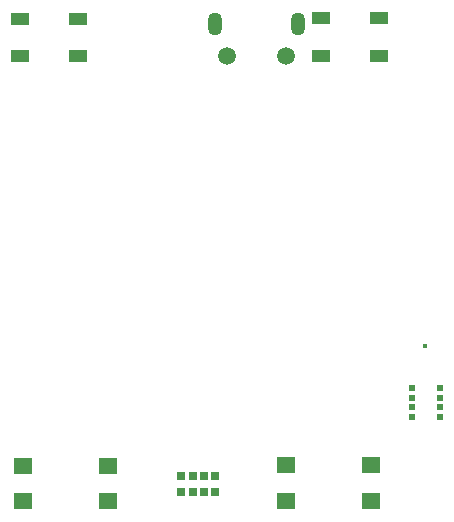
<source format=gbr>
G04 #@! TF.GenerationSoftware,KiCad,Pcbnew,(2018-02-05 revision d1a45d147)-makepkg*
G04 #@! TF.CreationDate,2020-01-13T12:48:58-08:00*
G04 #@! TF.ProjectId,badge,62616467652E6B696361645F70636200,rev?*
G04 #@! TF.SameCoordinates,Original*
G04 #@! TF.FileFunction,Soldermask,Top*
G04 #@! TF.FilePolarity,Negative*
%FSLAX46Y46*%
G04 Gerber Fmt 4.6, Leading zero omitted, Abs format (unit mm)*
G04 Created by KiCad (PCBNEW (2018-02-05 revision d1a45d147)-makepkg) date 01/13/20 12:48:58*
%MOMM*%
%LPD*%
G01*
G04 APERTURE LIST*
%ADD10R,1.650800X1.450800*%
%ADD11R,0.769620X0.650240*%
%ADD12C,0.375800*%
%ADD13R,0.550800X0.550800*%
%ADD14R,1.550800X1.050800*%
%ADD15C,1.500800*%
%ADD16O,1.250800X1.950800*%
G04 APERTURE END LIST*
D10*
X134722400Y-114958600D03*
X127522400Y-114958600D03*
X134722400Y-117958600D03*
X127522400Y-117958600D03*
X112446600Y-114984000D03*
X105246600Y-114984000D03*
X112446600Y-117984000D03*
X105246600Y-117984000D03*
D11*
X118645920Y-115861700D03*
X119616200Y-115861700D03*
X120581400Y-115861700D03*
X121551680Y-115861700D03*
X121551680Y-117258700D03*
X120581400Y-117258700D03*
X119616200Y-117258700D03*
X118645920Y-117258700D03*
D12*
X139250400Y-104825400D03*
D13*
X140602800Y-108451400D03*
X140602800Y-109251400D03*
X140602800Y-110051400D03*
X140602800Y-110851400D03*
X138202800Y-110871400D03*
X138202800Y-110051400D03*
X138202800Y-109251400D03*
X138202800Y-108451400D03*
D14*
X135401200Y-80314200D03*
X135401200Y-77114200D03*
X130501200Y-80314200D03*
X130501200Y-77114200D03*
X109899600Y-80339600D03*
X109899600Y-77139600D03*
X104999600Y-80339600D03*
X104999600Y-77139600D03*
D15*
X122500000Y-80312500D03*
X127500000Y-80312500D03*
D16*
X121500000Y-77612500D03*
X128500000Y-77612500D03*
M02*

</source>
